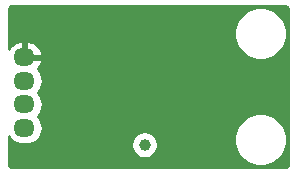
<source format=gbl>
G04 #@! TF.GenerationSoftware,KiCad,Pcbnew,(5.1.2)-1*
G04 #@! TF.CreationDate,2020-06-14T00:48:43+09:00*
G04 #@! TF.ProjectId,es,65732e6b-6963-4616-945f-706362585858,v1.0*
G04 #@! TF.SameCoordinates,Original*
G04 #@! TF.FileFunction,Copper,L2,Bot*
G04 #@! TF.FilePolarity,Positive*
%FSLAX46Y46*%
G04 Gerber Fmt 4.6, Leading zero omitted, Abs format (unit mm)*
G04 Created by KiCad (PCBNEW (5.1.2)-1) date 2020-06-14 00:48:43*
%MOMM*%
%LPD*%
G04 APERTURE LIST*
%ADD10C,1.000000*%
%ADD11O,1.800000X1.524000*%
%ADD12C,0.800000*%
%ADD13C,0.200000*%
%ADD14C,0.254000*%
G04 APERTURE END LIST*
D10*
X162170000Y-112420000D03*
D11*
X152000000Y-105000000D03*
X152000000Y-107000000D03*
X152000000Y-109000000D03*
X152000000Y-111000000D03*
D12*
X168460000Y-105740000D03*
X154780000Y-106470000D03*
X165090000Y-113780000D03*
X161460000Y-105820000D03*
D13*
X161460000Y-105820000D02*
X161470000Y-105820000D01*
D14*
G36*
X174065424Y-100669580D02*
G01*
X174128356Y-100688580D01*
X174186405Y-100719445D01*
X174237343Y-100760989D01*
X174279248Y-100811644D01*
X174310515Y-100869471D01*
X174329956Y-100932272D01*
X174340000Y-101027835D01*
X174340001Y-113967711D01*
X174330420Y-114065424D01*
X174311420Y-114128357D01*
X174280554Y-114186406D01*
X174239011Y-114237343D01*
X174188356Y-114279248D01*
X174130529Y-114310515D01*
X174067728Y-114329956D01*
X173972165Y-114340000D01*
X151032279Y-114340000D01*
X150934576Y-114330420D01*
X150871643Y-114311420D01*
X150813594Y-114280554D01*
X150762657Y-114239011D01*
X150720752Y-114188356D01*
X150689485Y-114130529D01*
X150670044Y-114067728D01*
X150660000Y-113972165D01*
X150660000Y-111714749D01*
X150694817Y-111779887D01*
X150869392Y-111992608D01*
X151082113Y-112167183D01*
X151324805Y-112296904D01*
X151588140Y-112376786D01*
X151793375Y-112397000D01*
X152206625Y-112397000D01*
X152411860Y-112376786D01*
X152637917Y-112308212D01*
X161035000Y-112308212D01*
X161035000Y-112531788D01*
X161078617Y-112751067D01*
X161164176Y-112957624D01*
X161288388Y-113143520D01*
X161446480Y-113301612D01*
X161632376Y-113425824D01*
X161838933Y-113511383D01*
X162058212Y-113555000D01*
X162281788Y-113555000D01*
X162501067Y-113511383D01*
X162707624Y-113425824D01*
X162893520Y-113301612D01*
X163051612Y-113143520D01*
X163175824Y-112957624D01*
X163261383Y-112751067D01*
X163305000Y-112531788D01*
X163305000Y-112308212D01*
X163261383Y-112088933D01*
X163175824Y-111882376D01*
X163107333Y-111779872D01*
X169765000Y-111779872D01*
X169765000Y-112220128D01*
X169850890Y-112651925D01*
X170019369Y-113058669D01*
X170263962Y-113424729D01*
X170575271Y-113736038D01*
X170941331Y-113980631D01*
X171348075Y-114149110D01*
X171779872Y-114235000D01*
X172220128Y-114235000D01*
X172651925Y-114149110D01*
X173058669Y-113980631D01*
X173424729Y-113736038D01*
X173736038Y-113424729D01*
X173980631Y-113058669D01*
X174149110Y-112651925D01*
X174235000Y-112220128D01*
X174235000Y-111779872D01*
X174149110Y-111348075D01*
X173980631Y-110941331D01*
X173736038Y-110575271D01*
X173424729Y-110263962D01*
X173058669Y-110019369D01*
X172651925Y-109850890D01*
X172220128Y-109765000D01*
X171779872Y-109765000D01*
X171348075Y-109850890D01*
X170941331Y-110019369D01*
X170575271Y-110263962D01*
X170263962Y-110575271D01*
X170019369Y-110941331D01*
X169850890Y-111348075D01*
X169765000Y-111779872D01*
X163107333Y-111779872D01*
X163051612Y-111696480D01*
X162893520Y-111538388D01*
X162707624Y-111414176D01*
X162501067Y-111328617D01*
X162281788Y-111285000D01*
X162058212Y-111285000D01*
X161838933Y-111328617D01*
X161632376Y-111414176D01*
X161446480Y-111538388D01*
X161288388Y-111696480D01*
X161164176Y-111882376D01*
X161078617Y-112088933D01*
X161035000Y-112308212D01*
X152637917Y-112308212D01*
X152675195Y-112296904D01*
X152917887Y-112167183D01*
X153130608Y-111992608D01*
X153305183Y-111779887D01*
X153434904Y-111537195D01*
X153514786Y-111273860D01*
X153541759Y-111000000D01*
X153514786Y-110726140D01*
X153434904Y-110462805D01*
X153305183Y-110220113D01*
X153130608Y-110007392D01*
X153121601Y-110000000D01*
X153130608Y-109992608D01*
X153305183Y-109779887D01*
X153434904Y-109537195D01*
X153514786Y-109273860D01*
X153541759Y-109000000D01*
X153514786Y-108726140D01*
X153434904Y-108462805D01*
X153305183Y-108220113D01*
X153130608Y-108007392D01*
X153121601Y-108000000D01*
X153130608Y-107992608D01*
X153305183Y-107779887D01*
X153434904Y-107537195D01*
X153514786Y-107273860D01*
X153541759Y-107000000D01*
X153514786Y-106726140D01*
X153434904Y-106462805D01*
X153305183Y-106220113D01*
X153130608Y-106007392D01*
X153114337Y-105994039D01*
X153262135Y-105830330D01*
X153402524Y-105595068D01*
X153492220Y-105343070D01*
X153369720Y-105127000D01*
X152127000Y-105127000D01*
X152127000Y-105147000D01*
X151873000Y-105147000D01*
X151873000Y-105127000D01*
X151853000Y-105127000D01*
X151853000Y-104873000D01*
X151873000Y-104873000D01*
X151873000Y-103761251D01*
X152127000Y-103761251D01*
X152127000Y-104873000D01*
X153369720Y-104873000D01*
X153492220Y-104656930D01*
X153402524Y-104404932D01*
X153262135Y-104169670D01*
X153078546Y-103966317D01*
X152858812Y-103802688D01*
X152611378Y-103685071D01*
X152345752Y-103617986D01*
X152127000Y-103761251D01*
X151873000Y-103761251D01*
X151654248Y-103617986D01*
X151388622Y-103685071D01*
X151141188Y-103802688D01*
X150921454Y-103966317D01*
X150737865Y-104169670D01*
X150660000Y-104300155D01*
X150660000Y-102779872D01*
X169765000Y-102779872D01*
X169765000Y-103220128D01*
X169850890Y-103651925D01*
X170019369Y-104058669D01*
X170263962Y-104424729D01*
X170575271Y-104736038D01*
X170941331Y-104980631D01*
X171348075Y-105149110D01*
X171779872Y-105235000D01*
X172220128Y-105235000D01*
X172651925Y-105149110D01*
X173058669Y-104980631D01*
X173424729Y-104736038D01*
X173736038Y-104424729D01*
X173980631Y-104058669D01*
X174149110Y-103651925D01*
X174235000Y-103220128D01*
X174235000Y-102779872D01*
X174149110Y-102348075D01*
X173980631Y-101941331D01*
X173736038Y-101575271D01*
X173424729Y-101263962D01*
X173058669Y-101019369D01*
X172651925Y-100850890D01*
X172220128Y-100765000D01*
X171779872Y-100765000D01*
X171348075Y-100850890D01*
X170941331Y-101019369D01*
X170575271Y-101263962D01*
X170263962Y-101575271D01*
X170019369Y-101941331D01*
X169850890Y-102348075D01*
X169765000Y-102779872D01*
X150660000Y-102779872D01*
X150660000Y-101032279D01*
X150669580Y-100934576D01*
X150688580Y-100871644D01*
X150719445Y-100813595D01*
X150760989Y-100762657D01*
X150811644Y-100720752D01*
X150869471Y-100689485D01*
X150932272Y-100670044D01*
X151027835Y-100660000D01*
X173967721Y-100660000D01*
X174065424Y-100669580D01*
X174065424Y-100669580D01*
G37*
X174065424Y-100669580D02*
X174128356Y-100688580D01*
X174186405Y-100719445D01*
X174237343Y-100760989D01*
X174279248Y-100811644D01*
X174310515Y-100869471D01*
X174329956Y-100932272D01*
X174340000Y-101027835D01*
X174340001Y-113967711D01*
X174330420Y-114065424D01*
X174311420Y-114128357D01*
X174280554Y-114186406D01*
X174239011Y-114237343D01*
X174188356Y-114279248D01*
X174130529Y-114310515D01*
X174067728Y-114329956D01*
X173972165Y-114340000D01*
X151032279Y-114340000D01*
X150934576Y-114330420D01*
X150871643Y-114311420D01*
X150813594Y-114280554D01*
X150762657Y-114239011D01*
X150720752Y-114188356D01*
X150689485Y-114130529D01*
X150670044Y-114067728D01*
X150660000Y-113972165D01*
X150660000Y-111714749D01*
X150694817Y-111779887D01*
X150869392Y-111992608D01*
X151082113Y-112167183D01*
X151324805Y-112296904D01*
X151588140Y-112376786D01*
X151793375Y-112397000D01*
X152206625Y-112397000D01*
X152411860Y-112376786D01*
X152637917Y-112308212D01*
X161035000Y-112308212D01*
X161035000Y-112531788D01*
X161078617Y-112751067D01*
X161164176Y-112957624D01*
X161288388Y-113143520D01*
X161446480Y-113301612D01*
X161632376Y-113425824D01*
X161838933Y-113511383D01*
X162058212Y-113555000D01*
X162281788Y-113555000D01*
X162501067Y-113511383D01*
X162707624Y-113425824D01*
X162893520Y-113301612D01*
X163051612Y-113143520D01*
X163175824Y-112957624D01*
X163261383Y-112751067D01*
X163305000Y-112531788D01*
X163305000Y-112308212D01*
X163261383Y-112088933D01*
X163175824Y-111882376D01*
X163107333Y-111779872D01*
X169765000Y-111779872D01*
X169765000Y-112220128D01*
X169850890Y-112651925D01*
X170019369Y-113058669D01*
X170263962Y-113424729D01*
X170575271Y-113736038D01*
X170941331Y-113980631D01*
X171348075Y-114149110D01*
X171779872Y-114235000D01*
X172220128Y-114235000D01*
X172651925Y-114149110D01*
X173058669Y-113980631D01*
X173424729Y-113736038D01*
X173736038Y-113424729D01*
X173980631Y-113058669D01*
X174149110Y-112651925D01*
X174235000Y-112220128D01*
X174235000Y-111779872D01*
X174149110Y-111348075D01*
X173980631Y-110941331D01*
X173736038Y-110575271D01*
X173424729Y-110263962D01*
X173058669Y-110019369D01*
X172651925Y-109850890D01*
X172220128Y-109765000D01*
X171779872Y-109765000D01*
X171348075Y-109850890D01*
X170941331Y-110019369D01*
X170575271Y-110263962D01*
X170263962Y-110575271D01*
X170019369Y-110941331D01*
X169850890Y-111348075D01*
X169765000Y-111779872D01*
X163107333Y-111779872D01*
X163051612Y-111696480D01*
X162893520Y-111538388D01*
X162707624Y-111414176D01*
X162501067Y-111328617D01*
X162281788Y-111285000D01*
X162058212Y-111285000D01*
X161838933Y-111328617D01*
X161632376Y-111414176D01*
X161446480Y-111538388D01*
X161288388Y-111696480D01*
X161164176Y-111882376D01*
X161078617Y-112088933D01*
X161035000Y-112308212D01*
X152637917Y-112308212D01*
X152675195Y-112296904D01*
X152917887Y-112167183D01*
X153130608Y-111992608D01*
X153305183Y-111779887D01*
X153434904Y-111537195D01*
X153514786Y-111273860D01*
X153541759Y-111000000D01*
X153514786Y-110726140D01*
X153434904Y-110462805D01*
X153305183Y-110220113D01*
X153130608Y-110007392D01*
X153121601Y-110000000D01*
X153130608Y-109992608D01*
X153305183Y-109779887D01*
X153434904Y-109537195D01*
X153514786Y-109273860D01*
X153541759Y-109000000D01*
X153514786Y-108726140D01*
X153434904Y-108462805D01*
X153305183Y-108220113D01*
X153130608Y-108007392D01*
X153121601Y-108000000D01*
X153130608Y-107992608D01*
X153305183Y-107779887D01*
X153434904Y-107537195D01*
X153514786Y-107273860D01*
X153541759Y-107000000D01*
X153514786Y-106726140D01*
X153434904Y-106462805D01*
X153305183Y-106220113D01*
X153130608Y-106007392D01*
X153114337Y-105994039D01*
X153262135Y-105830330D01*
X153402524Y-105595068D01*
X153492220Y-105343070D01*
X153369720Y-105127000D01*
X152127000Y-105127000D01*
X152127000Y-105147000D01*
X151873000Y-105147000D01*
X151873000Y-105127000D01*
X151853000Y-105127000D01*
X151853000Y-104873000D01*
X151873000Y-104873000D01*
X151873000Y-103761251D01*
X152127000Y-103761251D01*
X152127000Y-104873000D01*
X153369720Y-104873000D01*
X153492220Y-104656930D01*
X153402524Y-104404932D01*
X153262135Y-104169670D01*
X153078546Y-103966317D01*
X152858812Y-103802688D01*
X152611378Y-103685071D01*
X152345752Y-103617986D01*
X152127000Y-103761251D01*
X151873000Y-103761251D01*
X151654248Y-103617986D01*
X151388622Y-103685071D01*
X151141188Y-103802688D01*
X150921454Y-103966317D01*
X150737865Y-104169670D01*
X150660000Y-104300155D01*
X150660000Y-102779872D01*
X169765000Y-102779872D01*
X169765000Y-103220128D01*
X169850890Y-103651925D01*
X170019369Y-104058669D01*
X170263962Y-104424729D01*
X170575271Y-104736038D01*
X170941331Y-104980631D01*
X171348075Y-105149110D01*
X171779872Y-105235000D01*
X172220128Y-105235000D01*
X172651925Y-105149110D01*
X173058669Y-104980631D01*
X173424729Y-104736038D01*
X173736038Y-104424729D01*
X173980631Y-104058669D01*
X174149110Y-103651925D01*
X174235000Y-103220128D01*
X174235000Y-102779872D01*
X174149110Y-102348075D01*
X173980631Y-101941331D01*
X173736038Y-101575271D01*
X173424729Y-101263962D01*
X173058669Y-101019369D01*
X172651925Y-100850890D01*
X172220128Y-100765000D01*
X171779872Y-100765000D01*
X171348075Y-100850890D01*
X170941331Y-101019369D01*
X170575271Y-101263962D01*
X170263962Y-101575271D01*
X170019369Y-101941331D01*
X169850890Y-102348075D01*
X169765000Y-102779872D01*
X150660000Y-102779872D01*
X150660000Y-101032279D01*
X150669580Y-100934576D01*
X150688580Y-100871644D01*
X150719445Y-100813595D01*
X150760989Y-100762657D01*
X150811644Y-100720752D01*
X150869471Y-100689485D01*
X150932272Y-100670044D01*
X151027835Y-100660000D01*
X173967721Y-100660000D01*
X174065424Y-100669580D01*
M02*

</source>
